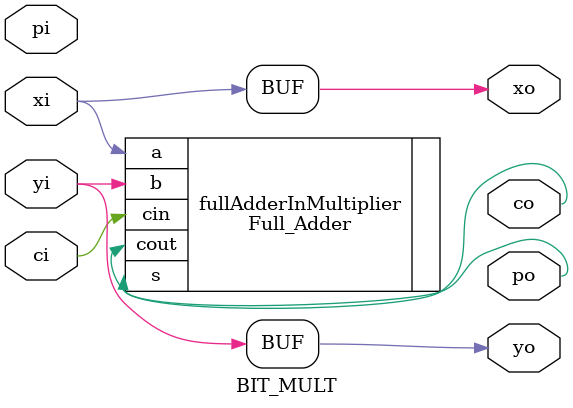
<source format=v>
module BIT_MULT(
    xi, yi, pi, ci,
    xo, yo, po, co
);
    input xi, yi, pi, ci;
    output xo, yo, po, co;

    Full_Adder fullAdderInMultiplier(
        .a(xi), .b(yi), 
        .cin(ci), .s(po), 
        .cout(co)
    );

    assign xo = xi;
    assign yo = yi;

endmodule



// module BIT_MULT(
//     xi, yi, pi, ci,
//     xo, yo, po, co
// );
//     input xi, yi, pi, ci;
//     output xo, yo, po, co;

//     wire xy, pi_and_xy, pi_and_ci, xy_and_ci;
    
//     C_AND C_AND_1(.a(xi), .b(yi), .out(xy));
//     C_AND C_AND_2(.a(pi), .b(xy), .out(pi_and_xy));
//     C_AND C_AND_3(.a(pi), .b(ci), .out(pi_and_ci));
//     C_AND C_AND_4(.a(xy), .b(ci), .out(xy_and_ci));

//     // C_OR C_OR3_1(.a(pi_and_xy), .b(pi_and_ci), .c(xy_and_ci), .out(co));

//     C_XOR C_XOR_1(.a(pi), .b(xy), .out(po));
//     assign xo = xi;
//     assign yo = yi;
//     // BUF buf_1(xi, xo);
//     // BUF buf_2(yi, yo);
// endmodule



</source>
